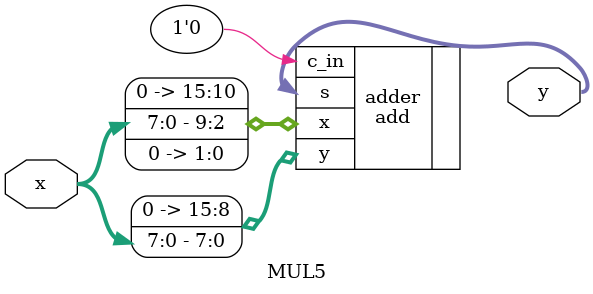
<source format=v>
module ABC (
    addr, data, ior_, iow_, clock, reset_
);
    output[15:0] addr;
    inout[7:0] data;
    output ior_, iow_;

    input clock, reset_;

    reg[15:0] ADDR; assign addr = ADDR;
    reg[7:0] DATA_OUT;
    reg DIR; assign data = (DIR == 1) ? DATA_OUT : 8'hzz;

    reg IOR_, IOW_;
    assign ior_ = IOR_;
    assign iow_ = IOW_;

    reg[7:0] X;

    wire[7:0] mh, ml;
    MUL5 m (.x(X), .y({mh, ml}));

    reg[3:0] STAR;
    localparam S0 = 0, S1 = 1, S2 = 2, S3 = 3, S4 = 4, S5 = 5, S6 = 6,
            S7 = 7, S8 = 8, S9 = 9, S10 = 10, S11 = 11;

    always @(reset_ == 0) #1
    begin
        DIR <= 0;
        IOR_ <= 1;
        IOW_ <= 1;
        STAR <= S0;
    end

    always @(posedge clock) if (reset_ == 1) #3
    casex (STAR)
    S0: begin
        DIR <= 0;
        ADDR <= 16'h0100;
        STAR <= S1;
    end
    S1: begin
        IOR_ <= 0;
        STAR <= S2;
    end
    S2: begin
        IOR_ <= 1;
        STAR <= (data[0] == 1) ? S3 : S0;
    end

    S3: begin
        ADDR <= 16'h0101;
        STAR <= S4;
    end
    S4: begin
        IOR_ <= 0;
        STAR <= S5;
    end
    S5: begin
        IOR_ <= 1;
        X <= data;
        STAR <= S6;
    end

    ///////////////////////

    S6: begin
        DIR <= 1;
        ADDR <= 16'h0121;
        DATA_OUT <= mh;
        STAR <= S7;
    end
    S7: begin
        IOW_ <= 0;
        STAR <= S8;
    end
    S8: begin
        IOW_ <= 1;
        STAR <= S9;
    end
    S9: begin
        DATA_OUT <= ml;
        STAR <= S10;
    end
    S10: begin
        IOW_ <= 0;
        STAR <= S11;
    end
    S11: begin
        IOW_ <= 1;
        STAR <= S0;
    end

    endcase

endmodule

module MUL5 (
    x, y
);
    input [7:0] x;
    output[15:0] y;
    
    add #(.N(16)) adder (
        .x({6'b00, x, 2'b00}), .y({8'h00, x}), .s(y), .c_in(1'b0)
    );

endmodule
</source>
